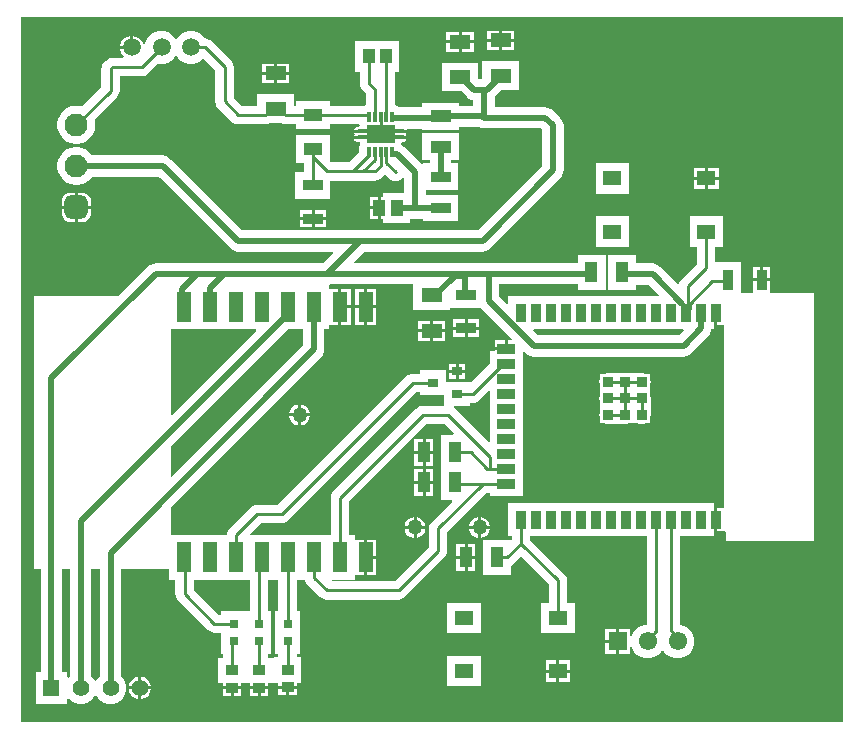
<source format=gtl>
%FSTAX23Y23*%
%MOIN*%
%SFA1B1*%

%IPPOS*%
%AMD55*
4,1,8,-0.016700,0.003500,-0.016700,-0.003500,-0.014800,-0.005500,0.014800,-0.005500,0.016700,-0.003500,0.016700,0.003500,0.014800,0.005500,-0.014800,0.005500,-0.016700,0.003500,0.0*
1,1,0.003960,-0.014800,0.003500*
1,1,0.003960,-0.014800,-0.003500*
1,1,0.003960,0.014800,-0.003500*
1,1,0.003960,0.014800,0.003500*
%
%AMD56*
4,1,8,0.003500,0.016700,-0.003500,0.016700,-0.005500,0.014800,-0.005500,-0.014800,-0.003500,-0.016700,0.003500,-0.016700,0.005500,-0.014800,0.005500,0.014800,0.003500,0.016700,0.0*
1,1,0.003960,0.003500,0.014800*
1,1,0.003960,-0.003500,0.014800*
1,1,0.003960,-0.003500,-0.014800*
1,1,0.003960,0.003500,-0.014800*
%
%AMD57*
4,1,8,0.047200,-0.028600,0.047200,0.028600,0.045400,0.030500,-0.045400,0.030500,-0.047200,0.028600,-0.047200,-0.028600,-0.045400,-0.030500,0.045400,-0.030500,0.047200,-0.028600,0.0*
1,1,0.003660,0.045400,-0.028600*
1,1,0.003660,0.045400,0.028600*
1,1,0.003660,-0.045400,0.028600*
1,1,0.003660,-0.045400,-0.028600*
%
%AMD61*
4,1,8,-0.038400,0.019200,-0.038400,-0.019200,-0.019200,-0.038400,0.019200,-0.038400,0.038400,-0.019200,0.038400,0.019200,0.019200,0.038400,-0.019200,0.038400,-0.038400,0.019200,0.0*
1,1,0.038380,-0.019200,0.019200*
1,1,0.038380,-0.019200,-0.019200*
1,1,0.038380,0.019200,-0.019200*
1,1,0.038380,0.019200,0.019200*
%
%ADD13C,0.010000*%
%ADD16R,0.070870X0.045280*%
%ADD17R,0.035430X0.059060*%
%ADD18R,0.059060X0.035430*%
%ADD19R,0.035430X0.035430*%
%ADD20R,0.070870X0.041340*%
%ADD21R,0.065280X0.037640*%
%ADD22R,0.043310X0.066930*%
%ADD23R,0.064960X0.043310*%
%ADD26R,0.051180X0.098430*%
%ADD27R,0.066930X0.037400*%
%ADD28R,0.037400X0.066930*%
%ADD29R,0.031500X0.031500*%
%ADD30R,0.061020X0.051180*%
%ADD31R,0.035430X0.031500*%
%ADD32R,0.041340X0.035430*%
%ADD33R,0.039370X0.053150*%
%ADD34R,0.039610X0.051510*%
%ADD45C,0.055120*%
%ADD46R,0.055120X0.055120*%
%ADD48R,0.061020X0.061020*%
%ADD49C,0.061020*%
G04~CAMADD=55~8~0.0~0.0~110.2~334.7~19.8~0.0~15~0.0~0.0~0.0~0.0~0~0.0~0.0~0.0~0.0~0~0.0~0.0~0.0~90.0~334.0~110.0*
%ADD55D55*%
G04~CAMADD=56~8~0.0~0.0~110.2~334.7~19.8~0.0~15~0.0~0.0~0.0~0.0~0~0.0~0.0~0.0~0.0~0~0.0~0.0~0.0~0.0~110.2~334.7*
%ADD56D56*%
G04~CAMADD=57~8~0.0~0.0~609.6~944.9~18.3~0.0~15~0.0~0.0~0.0~0.0~0~0.0~0.0~0.0~0.0~0~0.0~0.0~0.0~270.0~946.0~610.0*
%ADD57D57*%
%ADD58C,0.020000*%
%ADD59C,0.059060*%
%ADD60C,0.076770*%
G04~CAMADD=61~8~0.0~0.0~767.7~767.7~191.9~0.0~15~0.0~0.0~0.0~0.0~0~0.0~0.0~0.0~0.0~0~0.0~0.0~0.0~90.0~768.0~768.0*
%ADD61D61*%
%ADD62C,0.050000*%
%ADD63C,0.019680*%
%ADD64C,0.020000*%
%LNmblps_transreceiver_pcb_2-1*%
%LPD*%
G36*
X0274Y0D02*
X0D01*
Y0235*
X0274*
Y0*
G37*
%LNmblps_transreceiver_pcb_2-2*%
%LPC*%
G36*
X01645Y02306D02*
X01605D01*
Y02279*
X01645*
Y02306*
G37*
G36*
X01595D02*
X01554D01*
Y02279*
X01595*
Y02306*
G37*
G36*
X00575Y02304D02*
X00561D01*
X00547Y023*
X00534Y02293*
X00524Y02283*
X00521Y02278*
X00516*
X00513Y02283*
X00503Y02293*
X00491Y023*
X00477Y02304*
X00462*
X00448Y023*
X00436Y02293*
X00426Y02283*
X00419Y02271*
X00416Y02262*
X0041Y02258*
X0041Y02259*
X00408Y02265*
X00403Y02274*
X00395Y02281*
X00386Y02286*
X00376Y02289*
X00376*
Y0225*
X00371*
Y02245*
X00332*
Y02244*
X00334Y02234*
X00339Y02225*
X00345Y0222*
X00343Y02215*
X00305*
X00298Y02214*
X0029Y02211*
X00284Y02206*
X00278Y022*
X00273Y02194*
X0027Y02186*
X00269Y02179*
Y02118*
X00204Y02053*
X00192Y02056*
X0018*
X00168Y02053*
X00156Y02048*
X00146Y02042*
X00137Y02033*
X0013Y02022*
X00125Y02011*
X00123Y01999*
Y01986*
X00125Y01974*
X0013Y01962*
X00137Y01952*
X00146Y01943*
X00156Y01936*
X00168Y01931*
X0018Y01929*
X00192*
X00204Y01931*
X00216Y01936*
X00226Y01943*
X00235Y01952*
X00242Y01962*
X00247Y01974*
X00249Y01986*
Y01999*
X00247Y02011*
X00321Y02084*
X00326Y02091*
X00329Y02098*
X0033Y02106*
Y02154*
X00405*
X00412Y02155*
X0042Y02158*
X00426Y02163*
X00459Y02196*
X00462Y02195*
X00477*
X00491Y02199*
X00503Y02206*
X00513Y02216*
X00516Y02221*
X00521*
X00524Y02216*
X00534Y02206*
X00547Y02199*
X00561Y02195*
X00575*
X00589Y02199*
X00601Y02206*
X00609Y02213*
X00649Y02173*
Y0207*
X0065Y02062*
X00653Y02054*
X00658Y02048*
X00703Y02003*
X00709Y01998*
X00717Y01995*
X00725Y01994*
X00816*
X00824Y01995*
X0083Y01998*
X00868*
X00869Y01997*
X00877Y01994*
X00884Y01993*
X00917*
Y01977*
X01032*
Y01993*
X01129*
X01131Y0199*
X01128Y01985*
X01125*
X0112Y01984*
X01116Y01982*
X01113Y01978*
X01113Y01975*
X0114*
Y01965*
X01113*
X01113Y01961*
X01115Y0196*
X01113Y01958*
X01113Y01955*
X0114*
Y01945*
X01113*
X01113Y01941*
X01116Y01937*
X0112Y01935*
X01125Y01934*
X0113*
X01133Y01929*
X0113Y01923*
X01129Y01916*
Y01902*
X01094Y01867*
X01033*
X01032Y01868*
Y01958*
X00917*
Y01865*
X00944*
Y01833*
X00916*
Y01746*
X01033*
Y01806*
X01182*
X01189Y01807*
X01197Y0181*
X01203Y01815*
X01215Y01827*
X01228Y01813*
X01234Y01808*
X01242Y01805*
X0125Y01804*
X01257Y01805*
X01265Y01808*
X01271Y01813*
X01274Y01817*
X01279Y01816*
Y01766*
X01209*
Y01751*
X012*
Y01715*
Y01678*
X01209*
Y01663*
X01299*
Y01679*
X01342*
Y01671*
X01457*
Y01758*
X0135*
Y01775*
X01457*
Y01863*
X01435*
Y01874*
X0146*
Y01965*
X01339*
Y01874*
X01364*
Y01863*
X01342*
X01337Y01862*
X01279Y01919*
X01272Y01925*
X0127Y01926*
X01269Y01929*
X01272Y01934*
X01274*
X01279Y01935*
X01283Y01937*
X01286Y01941*
X01286Y01945*
X0126*
Y01955*
X01286*
X01286Y01958*
X01284Y0196*
X01286Y01961*
X01286Y01965*
X0126*
Y01975*
X01286*
X0129Y01979*
X01339*
Y01974*
X0146*
Y01984*
X01527*
X01535Y01981*
X01544Y0198*
X01734*
X01739Y01975*
Y01854*
X01525Y0164*
X00739*
X00499Y01879*
X00492Y01885*
X00484Y01889*
X00475Y0189*
X00239*
X00235Y01895*
X00226Y01904*
X00216Y01911*
X00204Y01915*
X00192Y01918*
X0018*
X00168Y01915*
X00156Y01911*
X00146Y01904*
X00137Y01895*
X0013Y01885*
X00125Y01873*
X00123Y01861*
Y01848*
X00125Y01836*
X0013Y01824*
X00137Y01814*
X00146Y01805*
X00156Y01798*
X00168Y01794*
X0018Y01791*
X00192*
X00204Y01794*
X00216Y01798*
X00226Y01805*
X00235Y01814*
X00239Y01819*
X0046*
X007Y0158*
X00707Y01574*
X00715Y0157*
X00725Y01569*
X0104*
X01042Y01565*
X01008Y0153*
X0045*
X0044Y01529*
X00432Y01526*
X00425Y0152*
X00324Y0142*
X00045*
Y0051*
X00067*
Y00167*
X0005*
Y00062*
X00155*
Y00079*
X0016Y00081*
X00169Y00072*
X00181Y00066*
X00194Y00062*
X00208*
X00221Y00066*
X00233Y00072*
X00243Y00082*
X00247Y0009*
X00253*
X00257Y00082*
X00267Y00072*
X00279Y00066*
X00293Y00062*
X00306*
X0032Y00066*
X00332Y00072*
X00342Y00082*
X00348Y00094*
X00352Y00108*
Y00121*
X00348Y00135*
X00342Y00147*
X00335Y00154*
Y0051*
X00494*
Y00475*
X00516*
Y00427*
X00517Y0042*
X0052Y00412*
X00525Y00406*
X00624Y00308*
X0063Y00303*
X00637Y003*
X00645Y00299*
X00669*
Y00229*
X00674*
Y00216*
X00659*
Y0013*
X00674*
Y00121*
X00705*
X00735*
Y0013*
X00764*
Y00121*
X00795*
X00825*
Y0013*
X00839*
X0084*
X00844Y00132*
X00859*
Y00122*
X0089*
X0092*
Y00132*
X00935*
Y00217*
X0092*
Y00229*
X0093*
Y00288*
Y0037*
X0092*
Y00475*
X00948*
X00948Y00474*
X00951Y00466*
X00956Y0046*
X00998Y00418*
X01004Y00413*
X01012Y0041*
X0102Y00409*
X0126*
X01267Y0041*
X01275Y00413*
X01281Y00418*
X01413Y0055*
X01418Y00556*
X01421Y00564*
X01422Y00572*
Y00634*
X01553Y00765*
X01565*
Y00753*
X01674*
Y00803*
Y00853*
Y00903*
Y00953*
Y01003*
Y01053*
Y01103*
Y01153*
Y01234*
X01679Y01236*
X01685Y0123*
X01693Y01224*
X01701Y0122*
X0171Y01219*
X0221*
X02219Y0122*
X02227Y01224*
X02234Y0123*
X02293Y01288*
X02299Y01296*
X02302Y01304*
X02303Y01311*
X02311*
Y01326*
X02313*
Y01365*
X02323*
Y01326*
X02344*
Y00716*
X02323*
Y00676*
Y00637*
X02346*
X0235Y00633*
Y00605*
X02645*
Y0143*
X02503*
X02498Y01431*
Y01435*
Y0147*
X0247*
X02441*
Y01435*
Y01431*
X02437Y0143*
X02403*
Y01533*
X02316*
Y01585*
X02342*
Y01687*
X0223*
Y01585*
X02256*
Y01529*
X02203Y01476*
X02198Y0147*
X02196Y01463*
X02191Y01461*
X02132Y01519*
X02125Y01525*
X02116Y01529*
X02107Y0153*
X02052*
Y01558*
X01959*
Y01441*
X02052*
Y01459*
X02093*
X02128Y01424*
X02126Y0142*
X01626*
Y01396*
X01621Y01394*
X01595Y0142*
Y0146*
X01857*
Y01441*
X0195*
Y01558*
X01857*
Y0153*
X01483*
X01447*
X01114*
X01112Y01535*
X01147Y01569*
X0154*
X01549Y0157*
X01557Y01574*
X01564Y0158*
X01799Y01815*
X01805Y01822*
X01809Y0183*
X0181Y0184*
Y0199*
X01809Y01999*
X01805Y02007*
X01799Y02014*
X01774Y0204*
X01767Y02046*
X01758Y02049*
X01749Y0205*
X0158*
Y02084*
X0158Y02084*
X01603Y02108*
X0166*
Y02203*
X01539*
Y02145*
X01528*
X01525Y02147*
Y02198*
X01404*
Y02103*
X0147*
X01488Y02084*
X01495Y02079*
X01504Y02075*
X01509Y02075*
Y02055*
X0146*
Y02065*
X01339*
Y0205*
X01263*
X01262Y02052*
X01256Y02056*
X01249Y02059*
X01248Y02059*
Y02169*
X01263*
Y0227*
X01116*
Y02169*
X01131*
Y02129*
X01132Y02121*
X01135Y02114*
X0114Y02108*
X0115Y02097*
Y02059*
X01143Y02056*
X0114Y02054*
X01032*
Y0207*
X00917*
Y02054*
X0091*
Y02093*
X00789*
Y02055*
X00737*
X0071Y02082*
Y02185*
X00709Y02193*
X00706Y022*
X00701Y02207*
X00637Y02271*
X0063Y02276*
X00623Y02279*
X00615Y0228*
X00613*
X00612Y02283*
X00601Y02293*
X00589Y023*
X00575Y02304*
G37*
G36*
X0151Y02301D02*
X0147D01*
Y02274*
X0151*
Y02301*
G37*
G36*
X0146D02*
X01419D01*
Y02274*
X0146*
Y02301*
G37*
G36*
X00366Y02289D02*
X00366D01*
X00356Y02286*
X00347Y02281*
X00339Y02274*
X00334Y02265*
X00332Y02255*
Y02255*
X00366*
Y02289*
G37*
G36*
X01645Y02269D02*
X01605D01*
Y02241*
X01645*
Y02269*
G37*
G36*
X01595D02*
X01554D01*
Y02241*
X01595*
Y02269*
G37*
G36*
X0151Y02264D02*
X0147D01*
Y02236*
X0151*
Y02264*
G37*
G36*
X0146D02*
X01419D01*
Y02236*
X0146*
Y02264*
G37*
G36*
X00895Y02196D02*
X00855D01*
Y02169*
X00895*
Y02196*
G37*
G36*
X00845D02*
X00804D01*
Y02169*
X00845*
Y02196*
G37*
G36*
X00895Y02159D02*
X00855D01*
Y02131*
X00895*
Y02159*
G37*
G36*
X00845D02*
X00804D01*
Y02131*
X00845*
Y02159*
G37*
G36*
X02327Y01849D02*
X02291D01*
Y01818*
X02327*
Y01849*
G37*
G36*
X02281D02*
X02245D01*
Y01818*
X02281*
Y01849*
G37*
G36*
X02327Y01808D02*
X02291D01*
Y01777*
X02327*
Y01808*
G37*
G36*
X02281D02*
X02245D01*
Y01777*
X02281*
Y01808*
G37*
G36*
X02029Y01864D02*
X01917D01*
Y01762*
X02029*
Y01864*
G37*
G36*
X00205Y01765D02*
X00191D01*
Y01722*
X00235*
Y01736*
X00234Y01744*
X00231Y01751*
X00226Y01757*
X0022Y01761*
X00213Y01764*
X00205Y01765*
G37*
G36*
X00181D02*
X00167D01*
X00159Y01764*
X00152Y01761*
X00146Y01757*
X00141Y01751*
X00138Y01744*
X00137Y01736*
Y01722*
X00181*
Y01765*
G37*
G36*
X0119Y01751D02*
X01165D01*
Y0172*
X0119*
Y01751*
G37*
G36*
X01018Y01708D02*
X0098D01*
Y01684*
X01018*
Y01708*
G37*
G36*
X0097D02*
X00931D01*
Y01684*
X0097*
Y01708*
G37*
G36*
X0119Y0171D02*
X01165D01*
Y01678*
X0119*
Y0171*
G37*
G36*
X00235Y01712D02*
X00191D01*
Y01668*
X00205*
X00213Y01669*
X0022Y01672*
X00226Y01677*
X00231Y01683*
X00234Y0169*
X00235Y01698*
Y01712*
G37*
G36*
X00181D02*
X00137D01*
Y01698*
X00138Y0169*
X00141Y01683*
X00146Y01677*
X00152Y01672*
X00159Y01669*
X00167Y01668*
X00181*
Y01712*
G37*
G36*
X01018Y01674D02*
X0098D01*
Y01651*
X01018*
Y01674*
G37*
G36*
X0097D02*
X00931D01*
Y01651*
X0097*
Y01674*
G37*
G36*
X02029Y01687D02*
X01917D01*
Y01585*
X02029*
Y01687*
G37*
G36*
X02498Y01518D02*
X02475D01*
Y0148*
X02498*
Y01518*
G37*
G36*
X02465D02*
X02441D01*
Y0148*
X02465*
Y01518*
G37*
G36*
X0207Y01165D02*
X01959D01*
X01951Y01164*
X01948Y01162*
X01932*
Y01146*
X0193Y01143*
X01929Y01135*
X0193Y01127*
X01932Y01123*
Y01091*
X0193Y01087*
X01929Y0108*
X0193Y01072*
X01932Y01068*
Y01036*
X0193Y01032*
X01929Y01025*
X0193Y01017*
X01932Y01013*
Y00997*
X01948*
X01951Y00995*
X01959Y00994*
X02014*
X02022Y00995*
X02026Y00997*
X02058*
X02062Y00995*
X0207Y00994*
X02077Y00995*
X02081Y00997*
X02097*
Y01013*
X02099Y01017*
X021Y01025*
Y0108*
X02099Y01087*
X02097Y01091*
Y01123*
X02099Y01127*
X021Y01135*
X02099Y01143*
X02097Y01146*
Y01162*
X02081*
X02077Y01164*
X0207Y01165*
G37*
G36*
X01535Y00684D02*
Y00655D01*
X01564*
X01562Y00663*
X01558Y00671*
X01551Y00678*
X01543Y00682*
X01535Y00684*
G37*
G36*
X01525D02*
X01516Y00682D01*
X01508Y00678*
X01501Y00671*
X01497Y00663*
X01495Y00655*
X01525*
Y00684*
G37*
G36*
X02311Y00731D02*
X01626D01*
Y00622*
X01638*
Y00609*
X01634Y00608*
X01634*
X0154*
Y00491*
X01634*
Y00522*
X01638Y00523*
X01644Y00528*
X01668Y00553*
X01761Y0046*
Y00438*
X01761Y00437*
Y00399*
X01735*
Y00297*
X01847*
Y00399*
X01821*
Y00438*
X01821Y0044*
Y00473*
X0182Y00481*
X01817Y00488*
X01812Y00494*
X01699Y00608*
Y00622*
X02088*
Y00325*
X02082*
X02068Y00321*
X02055Y00314*
X02045Y00304*
X02038Y00291*
X02035Y00281*
X0203Y00281*
Y0031*
X01995*
Y0027*
Y00229*
X0203*
Y00258*
X02035Y00258*
X02038Y00248*
X02045Y00235*
X02055Y00225*
X02068Y00218*
X02082Y00214*
X02097*
X02111Y00218*
X02124Y00225*
X02134Y00235*
X02137Y00241*
X02142*
X02145Y00235*
X02155Y00225*
X02168Y00218*
X02182Y00214*
X02197*
X02211Y00218*
X02224Y00225*
X02234Y00235*
X02241Y00248*
X02245Y00262*
Y00277*
X02241Y00291*
X02234Y00304*
X02224Y00314*
X02211Y00321*
X02199Y00325*
Y00622*
X02311*
Y00637*
X02313*
Y00676*
Y00716*
X02311*
Y00731*
G37*
G36*
X01564Y00645D02*
X01535D01*
Y00615*
X01543Y00617*
X01551Y00621*
X01558Y00628*
X01562Y00636*
X01564Y00645*
G37*
G36*
X01525D02*
X01495D01*
X01497Y00636*
X01501Y00628*
X01508Y00621*
X01516Y00617*
X01525Y00615*
Y00645*
G37*
G36*
X01516Y00593D02*
X0149D01*
Y00555*
X01516*
Y00593*
G37*
G36*
X0148D02*
X01453D01*
Y00555*
X0148*
Y00593*
G37*
G36*
X01516Y00545D02*
X0149D01*
Y00506*
X01516*
Y00545*
G37*
G36*
X0148D02*
X01453D01*
Y00506*
X0148*
Y00545*
G37*
G36*
X01534Y00399D02*
X01422D01*
Y00297*
X01534*
Y00399*
G37*
G36*
X01985Y0031D02*
X01949D01*
Y00275*
X01985*
Y0031*
G37*
G36*
Y00265D02*
X01949D01*
Y00229*
X01985*
Y00265*
G37*
G36*
X01832Y00207D02*
X01796D01*
Y00176*
X01832*
Y00207*
G37*
G36*
X01786D02*
X0175D01*
Y00176*
X01786*
Y00207*
G37*
G36*
X01832Y00166D02*
X01796D01*
Y00135*
X01832*
Y00166*
G37*
G36*
X01786D02*
X0175D01*
Y00135*
X01786*
Y00166*
G37*
G36*
X01534Y00222D02*
X01422D01*
Y0012*
X01534*
Y00222*
G37*
G36*
X00403Y00152D02*
Y0012D01*
X00435*
X00433Y00129*
X00428Y00138*
X00421Y00145*
X00412Y0015*
X00403Y00152*
G37*
G36*
X00393D02*
X00383Y0015D01*
X00375Y00145*
X00368Y00138*
X00363Y00129*
X0036Y0012*
X00393*
Y00152*
G37*
G36*
X0092Y00112D02*
X00895D01*
Y0009*
X0092*
Y00112*
G37*
G36*
X00885D02*
X00859D01*
Y0009*
X00885*
Y00112*
G37*
G36*
X00825Y00111D02*
X008D01*
Y00088*
X00825*
Y00111*
G37*
G36*
X0079D02*
X00764D01*
Y00088*
X0079*
Y00111*
G37*
G36*
X00735D02*
X0071D01*
Y00088*
X00735*
Y00111*
G37*
G36*
X007D02*
X00674D01*
Y00088*
X007*
Y00111*
G37*
G36*
X00435Y0011D02*
X00403D01*
Y00077*
X00412Y0008*
X00421Y00084*
X00428Y00091*
X00433Y001*
X00435Y0011*
G37*
G36*
X00393D02*
X0036D01*
X00363Y001*
X00368Y00091*
X00375Y00084*
X00383Y0008*
X00393Y00077*
Y0011*
G37*
%LNmblps_transreceiver_pcb_2-3*%
%LPD*%
G36*
X02211Y01306D02*
X02195Y0129D01*
X01725*
X01709Y01306*
X01711Y01311*
X02209*
X02211Y01306*
G37*
G36*
X01309Y01375D02*
X0143D01*
Y01381*
X01534*
X01535Y0138*
X01637Y01278*
X01635Y01273*
X01624*
Y01245*
X01619*
Y0124*
X0158*
Y01238*
X01565*
Y01195*
X01502Y01133*
X01497Y01135*
Y01135*
X01418*
Y01173*
X01333*
Y01162*
X01308*
X013Y01161*
X01293Y01158*
X01286Y01154*
Y01153*
X00858Y00725*
X00789*
X00781Y00724*
X00773Y00721*
X00767Y00716*
X00696Y00645*
X00692Y00639*
X00689Y00631*
X00687Y00624*
X005*
Y00715*
X01003Y01218*
X01008Y01225*
X01012Y01233*
X01013Y01243*
Y0131*
X01028*
Y0132*
X01029Y01325*
X01033*
X01059*
Y01385*
Y01444*
X01029*
X01028Y01449*
Y01459*
X01033Y0146*
X01309*
Y01375*
G37*
G36*
X00786Y01306D02*
X00504Y01024D01*
X005Y01026*
Y0131*
X00784*
X00786Y01306*
G37*
G36*
X01565Y01103D02*
Y01053D01*
Y01003*
Y00953*
Y00935*
X0156Y00934*
X01447Y01047*
X01444Y01049*
X01446Y01054*
X01497*
Y01064*
X01507*
X01514Y01065*
X01522Y01068*
X01528Y01073*
X0156Y01105*
X01565Y01103*
G37*
G36*
X00942Y01257D02*
X00504Y00819D01*
X005Y00821*
Y0092*
X0089Y0131*
X00942*
Y01257*
G37*
G36*
X01333Y01091D02*
X01412D01*
Y01055*
X0134*
X01332Y01054*
X01324Y01051*
X01318Y01046*
X01043Y00771*
X01038Y00764*
X01035Y00757*
X01034Y00749*
Y00624*
X00767*
X00765Y00628*
X00801Y00664*
X0087*
X00878Y00665*
X00885Y00668*
X00892Y00673*
X0132Y01102*
X01333*
Y01091*
G37*
G36*
X01445Y00963D02*
X01443Y00958D01*
X014*
Y00841*
Y00741*
X01437*
X01439Y00736*
X0137Y00668*
X01365Y00662*
X01362Y00654*
X01361Y00647*
Y00584*
X01247Y0047*
X01036*
X01036Y0047*
X01038Y00475*
X01115*
Y00485*
X01115Y0049*
X0112*
X01146*
Y0055*
Y00609*
X01115*
X01115Y00614*
Y00624*
X01094*
Y00737*
X01352Y00994*
X01414*
X01445Y00963*
G37*
G36*
X00764Y0037D02*
X00754D01*
X0075*
X00669*
Y00359*
X00658*
X00577Y0044*
Y00475*
X00764*
Y0037*
G37*
G36*
X00859D02*
X00849D01*
Y00288*
Y00229*
X00859*
Y00217*
X00845*
X00844*
X0084Y00216*
X00825*
Y00229*
X00835*
Y00288*
Y0037*
X00825*
Y00475*
X00859*
Y0037*
G37*
G36*
X00166Y00154D02*
X0016Y00148D01*
X00155Y0015*
Y00167*
X00138*
Y0051*
X00166*
Y00154*
G37*
G36*
X00264D02*
X00257Y00147D01*
X00253Y00139*
X00247*
X00243Y00147*
X00236Y00154*
Y0051*
X00264*
Y00154*
G37*
%LNmblps_transreceiver_pcb_2-4*%
%LPC*%
G36*
X01186Y01444D02*
X01156D01*
Y0139*
X01186*
Y01444*
G37*
G36*
X01069D02*
Y0139D01*
X011*
Y01444*
X01069*
G37*
G36*
X01146D02*
X01115D01*
Y0139*
X01146*
Y01444*
G37*
G36*
X01186Y0138D02*
X01156D01*
Y01325*
X01186*
Y0138*
G37*
G36*
X01146D02*
X01115D01*
Y01325*
X01146*
Y0138*
G37*
G36*
X011D02*
X01069D01*
Y01325*
X011*
Y0138*
G37*
G36*
X01528Y01343D02*
X0149D01*
Y01319*
X01528*
Y01343*
G37*
G36*
X0148D02*
X01441D01*
Y01319*
X0148*
Y01343*
G37*
G36*
X01415Y01337D02*
X01375D01*
Y0131*
X01415*
Y01337*
G37*
G36*
X01365D02*
X01324D01*
Y0131*
X01365*
Y01337*
G37*
G36*
X01528Y01309D02*
X0149D01*
Y01286*
X01528*
Y01309*
G37*
G36*
X0148D02*
X01441D01*
Y01286*
X0148*
Y01309*
G37*
G36*
X01415Y013D02*
X01375D01*
Y01272*
X01415*
Y013*
G37*
G36*
X01365D02*
X01324D01*
Y01272*
X01365*
Y013*
G37*
G36*
X01614Y01273D02*
X0158D01*
Y0125*
X01614*
Y01273*
G37*
G36*
X01482Y01195D02*
X0146D01*
Y01175*
X01482*
Y01195*
G37*
G36*
X0145D02*
X01427D01*
Y01175*
X0145*
Y01195*
G37*
G36*
X01482Y01165D02*
X0146D01*
Y01144*
X01482*
Y01165*
G37*
G36*
X0145D02*
X01427D01*
Y01144*
X0145*
Y01165*
G37*
G36*
X00935Y01059D02*
Y0103D01*
X00964*
X00962Y01038*
X00958Y01046*
X00951Y01053*
X00943Y01057*
X00935Y01059*
G37*
G36*
X00925D02*
X00916Y01057D01*
X00908Y01053*
X00901Y01046*
X00897Y01038*
X00895Y0103*
X00925*
Y01059*
G37*
G36*
X00964Y0102D02*
X00935D01*
Y0099*
X00943Y00992*
X00951Y00996*
X00958Y01003*
X00962Y01011*
X00964Y0102*
G37*
G36*
X00925D02*
X00895D01*
X00897Y01011*
X00901Y01003*
X00908Y00996*
X00916Y00992*
X00925Y0099*
Y0102*
G37*
G36*
X01376Y00943D02*
X0135D01*
Y00905*
X01376*
Y00943*
G37*
G36*
X0134D02*
X01313D01*
Y00905*
X0134*
Y00943*
G37*
G36*
X01376Y00895D02*
X0135D01*
Y00856*
X01376*
Y00895*
G37*
G36*
X0134D02*
X01313D01*
Y00856*
X0134*
Y00895*
G37*
G36*
X01376Y00843D02*
X0135D01*
Y00805*
X01376*
Y00843*
G37*
G36*
X0134D02*
X01313D01*
Y00805*
X0134*
Y00843*
G37*
G36*
X01376Y00795D02*
X0135D01*
Y00756*
X01376*
Y00795*
G37*
G36*
X0134D02*
X01313D01*
Y00756*
X0134*
Y00795*
G37*
G36*
X0132Y00684D02*
Y00655D01*
X01349*
X01347Y00663*
X01343Y00671*
X01336Y00678*
X01328Y00682*
X0132Y00684*
G37*
G36*
X0131D02*
X01301Y00682D01*
X01293Y00678*
X01286Y00671*
X01282Y00663*
X0128Y00655*
X0131*
Y00684*
G37*
G36*
X01349Y00645D02*
X0132D01*
Y00615*
X01328Y00617*
X01336Y00621*
X01343Y00628*
X01347Y00636*
X01349Y00645*
G37*
G36*
X0131D02*
X0128D01*
X01282Y00636*
X01286Y00628*
X01293Y00621*
X01301Y00617*
X0131Y00615*
Y00645*
G37*
G36*
X01156Y00609D02*
Y00555D01*
X01186*
Y00609*
X01156*
G37*
G36*
X01186Y00545D02*
X01156D01*
Y0049*
X01186*
Y00545*
G37*
%LNmblps_transreceiver_pcb_2-5*%
%LPD*%
G54D13*
X01791Y00348D02*
Y00438D01*
X0085Y02045D02*
X00862D01*
X00884Y02023*
X0116*
X00816Y02025D02*
X00837Y02045D01*
X00725Y02025D02*
X00816D01*
X01219Y01865D02*
X0125Y01835D01*
X01219Y01865D02*
Y01901D01*
X01437Y00898D02*
Y009D01*
X0134Y01025D02*
X01425D01*
X01425Y01025*
X01064Y00749D02*
X0134Y01025D01*
X01425Y01025D02*
X01565Y00886D01*
X01064Y0055D02*
Y00749D01*
X0102Y0044D02*
X0126D01*
X01392Y00572*
X00978Y00481D02*
X0102Y0044D01*
X00305Y02185D02*
X00405D01*
X003Y02179D02*
X00305Y02185D01*
X003Y02106D02*
Y02179D01*
X00186Y01992D02*
X003Y02106D01*
X00568Y0225D02*
X00615D01*
X0068Y02185*
Y0207D02*
X00725Y02025D01*
X0068Y0207D02*
Y02185D01*
X00405Y02185D02*
X0047Y0225D01*
X02014Y01135D02*
X0207D01*
Y01025D02*
Y0108D01*
X01959Y01135D02*
X02014D01*
X00975Y0179D02*
Y01883D01*
Y0179D02*
Y0179D01*
Y01883D02*
Y01905D01*
X01959Y01025D02*
X02014D01*
X012Y01979D02*
Y02018D01*
X02225Y01371D02*
Y01455D01*
X02218Y01365D02*
X02225Y01371D01*
Y01455D02*
X02286Y01516D01*
X02225Y01371D02*
X02231Y01378D01*
X01308Y01132D02*
X01376D01*
X02206Y01378D02*
Y01396D01*
X0209Y00276D02*
X02118Y00305D01*
X0219Y0027D02*
Y00283D01*
X0209Y0027D02*
Y00276D01*
X02168Y00304D02*
Y00676D01*
Y00304D02*
X0219Y00283D01*
X02118Y00305D02*
Y00676D01*
X01791Y00438D02*
Y00473D01*
Y00438D02*
X01791Y00438D01*
X00795Y00329D02*
Y00554D01*
X0089Y00329D02*
Y00546D01*
X02231Y01378D02*
Y01396D01*
X02206Y01378D02*
X02218Y01365D01*
X02231Y01396D02*
X02304Y0147D01*
X00547Y00427D02*
Y00521D01*
Y00427D02*
X00645Y00329D01*
X0071*
X02286Y01516D02*
Y01636D01*
X02304Y0147D02*
X02344D01*
X00705Y00173D02*
Y00265D01*
X0071Y0027*
X00795Y00173D02*
Y0027D01*
X0089Y00175D02*
Y0027D01*
X0087Y00695D02*
X01308Y01132D01*
X01565Y00845D02*
X01619D01*
X01565D02*
Y00886D01*
X01556Y00845D02*
X01565D01*
X0154Y00795D02*
X01619D01*
X01437Y009D02*
X01502D01*
X01392Y00647D02*
X0154Y00795D01*
X01446D02*
X0154D01*
X01502Y009D02*
X01556Y00845D01*
X01392Y00572D02*
Y00647D01*
X01668Y00595D02*
X01791Y00473D01*
X01623Y0055D02*
X01668Y00595D01*
X01585Y0055D02*
X01623D01*
X01668Y00595D02*
Y00676D01*
X00978Y00521D02*
Y0055D01*
Y00481D02*
Y00521D01*
X0053Y00538D02*
Y0056D01*
X00789D02*
X00795Y00554D01*
X00789Y00695D02*
X0087D01*
X0053Y00538D02*
X00546Y00521D01*
X00545D02*
Y0055D01*
X00718D02*
Y00624D01*
X00545Y00521D02*
X00547D01*
X00718Y00624D02*
X00789Y00695D01*
X00546Y00521D02*
X00548D01*
X00876Y0056D02*
X0089Y00546D01*
X01607Y01195D02*
X01619D01*
X01455Y01095D02*
X01507D01*
X01607Y01195*
X02014Y0108D02*
Y01135D01*
Y0108D02*
X0207D01*
X02014Y01025D02*
Y0108D01*
X01959D02*
X02014D01*
X01142Y01837D02*
X01182D01*
X012Y01855D02*
Y01901D01*
X01182Y01837D02*
X012Y01855D01*
X0118Y01875D02*
Y01901D01*
X01142Y01837D02*
X0118Y01875D01*
X01107Y01837D02*
X01142D01*
X01021D02*
X01107D01*
X0116Y0189D02*
Y01901D01*
X01107Y01837D02*
X0116Y0189D01*
X00975Y01883D02*
X01021Y01837D01*
X0116Y02018D02*
Y02023D01*
X0116Y02023D02*
X0116Y02023D01*
X01161Y02129D02*
Y0222D01*
X01218Y02018D02*
Y0222D01*
X01161Y02129D02*
X0118Y0211D01*
Y02018D02*
Y0211D01*
G54D16*
X01465Y02269D03*
Y0215D03*
X016Y02274D03*
Y02155D03*
X0085Y02164D03*
Y02045D03*
X0137Y01423D03*
Y01305D03*
G54D17*
X02268Y01365D03*
X02318D03*
X02218D03*
X02168D03*
X02118D03*
X02068D03*
X02018D03*
X01968D03*
X01918D03*
X01868D03*
X01818D03*
X01768D03*
X01718D03*
X01668D03*
Y00676D03*
X01718D03*
X01768D03*
X01818D03*
X01868D03*
X01918D03*
X01968D03*
X02018D03*
X02068D03*
X02118D03*
X02168D03*
X02218D03*
X02268D03*
X02318D03*
G54D18*
X01619Y01245D03*
Y01195D03*
Y01145D03*
Y01095D03*
Y01045D03*
Y00995D03*
Y00945D03*
Y00895D03*
Y00845D03*
Y00795D03*
G54D19*
X0207Y01135D03*
Y0108D03*
Y01025D03*
X02014Y01135D03*
Y0108D03*
Y01025D03*
X01959Y01135D03*
Y0108D03*
Y01025D03*
G54D20*
X014Y0202D03*
Y01919D03*
G54D21*
X014Y01715D03*
Y01819D03*
G54D22*
X01447Y009D03*
X01345D03*
X02006Y015D03*
X01903D03*
X01447Y008D03*
X01345D03*
X01587Y0055D03*
X01485D03*
G54D23*
X00975Y01911D03*
Y02023D03*
G54D26*
X01151Y0055D03*
Y01385D03*
X01064D03*
X00978D03*
X00891D03*
X00804D03*
X00718D03*
X00631D03*
X00545D03*
X01064Y0055D03*
X00978D03*
X00891D03*
X00804D03*
X00718D03*
X00631D03*
X00545D03*
G54D27*
X01485Y01425D03*
Y01314D03*
X00975Y0179D03*
Y01679D03*
G54D28*
X0247Y01475D03*
X02359D03*
G54D29*
X0071Y0027D03*
Y00329D03*
X0089Y0027D03*
Y00329D03*
X00795Y0027D03*
Y00329D03*
G54D30*
X02286Y01636D03*
X01973D03*
X02286Y01813D03*
X01973D03*
X01791Y00171D03*
X01478D03*
X01791Y00348D03*
X01478D03*
G54D31*
X01376Y01132D03*
X01455Y0117D03*
Y01095D03*
G54D32*
X00705Y00173D03*
Y00116D03*
X0089Y00175D03*
Y00117D03*
X00795Y00173D03*
Y00116D03*
G54D33*
X01254Y01715D03*
X01195D03*
G54D34*
X01218Y0222D03*
X01161D03*
G54D45*
X00398Y00115D03*
X003D03*
X00201D03*
G54D46*
X00103Y00115D03*
G54D48*
X0199Y0027D03*
G54D49*
X0209Y0027D03*
X0219D03*
G54D55*
X0126Y0197D03*
Y0195D03*
X0114Y0197D03*
Y0195D03*
G54D56*
X01239Y01901D03*
X01219D03*
X012D03*
X0118D03*
X0116D03*
Y02018D03*
X0118D03*
X012D03*
X01219D03*
X01239D03*
G54D57*
X012Y0196D03*
G54D58*
X003Y00115D02*
Y00565D01*
X00978Y01243D02*
Y01385D01*
X003Y00565D02*
X00978Y01243D01*
X00201Y00115D02*
Y00671D01*
X00891Y01361D02*
Y01385D01*
X00201Y00671D02*
X00891Y01361D01*
X00103Y00115D02*
Y01148D01*
X0045Y01495*
X00588*
X00538Y01446D02*
X00588Y01495D01*
X00677*
X00538Y01391D02*
X00545Y01385D01*
X00538Y01391D02*
Y01446D01*
X01023Y01495D02*
X01447D01*
X01483*
X0156D02*
X01903D01*
X01483Y01425D02*
Y01489D01*
X0156Y01405D02*
X0171Y01255D01*
X0154Y01605D02*
X01775Y0184D01*
X01132Y01605D02*
X0154D01*
X01023Y01495D02*
X01132Y01605D01*
X01315Y01715D02*
X014D01*
X01254D02*
X01315D01*
X01245Y01895D02*
X01255D01*
X01315Y01835*
Y01715D02*
Y01835D01*
X014Y01819D02*
Y01919D01*
X01394Y02015D02*
X014Y0202D01*
X01245Y02015D02*
X01394D01*
X014Y0202D02*
X0154D01*
X01544Y02015*
X02006Y01495D02*
X02107D01*
X00725Y01605D02*
X01132D01*
X00677Y01495D02*
X01023D01*
X01749Y02015D02*
X01775Y0199D01*
Y0184D02*
Y0199D01*
X00631Y01449D02*
X00677Y01495D01*
X01373Y01415D02*
X01447Y01489D01*
X00631Y01385D02*
Y01449D01*
X01483Y01495D02*
X0156D01*
Y01405D02*
Y01495D01*
X01447Y01489D02*
X01483D01*
X02107Y01495D02*
X02206Y01396D01*
X0171Y01255D02*
X0221D01*
X02268Y01313*
Y01365*
X01544Y02015D02*
X01749D01*
X00186Y01855D02*
X00475D01*
X00725Y01605*
X01465Y02154D02*
Y02158D01*
X01483Y02139D02*
X01513Y02109D01*
X01479Y02139D02*
X01483D01*
X01465Y02154D02*
X01479Y02139D01*
X01544Y02015D02*
Y02109D01*
X01555D02*
X016Y02154D01*
X01544Y02109D02*
X01555D01*
X016Y02154D02*
Y02158D01*
X01513Y02109D02*
X01544D01*
G54D59*
X00371Y0225D03*
X0047D03*
X00568D03*
G54D60*
X00186Y01855D03*
Y01992D03*
G54D61*
X00186Y01717D03*
G54D62*
X0093Y01025D03*
X01315Y0065D03*
X0153D03*
G54D63*
X0117Y0194D03*
Y01979D03*
X01229D03*
Y0194D03*
G54D64*
X012Y0196D03*
M02*
</source>
